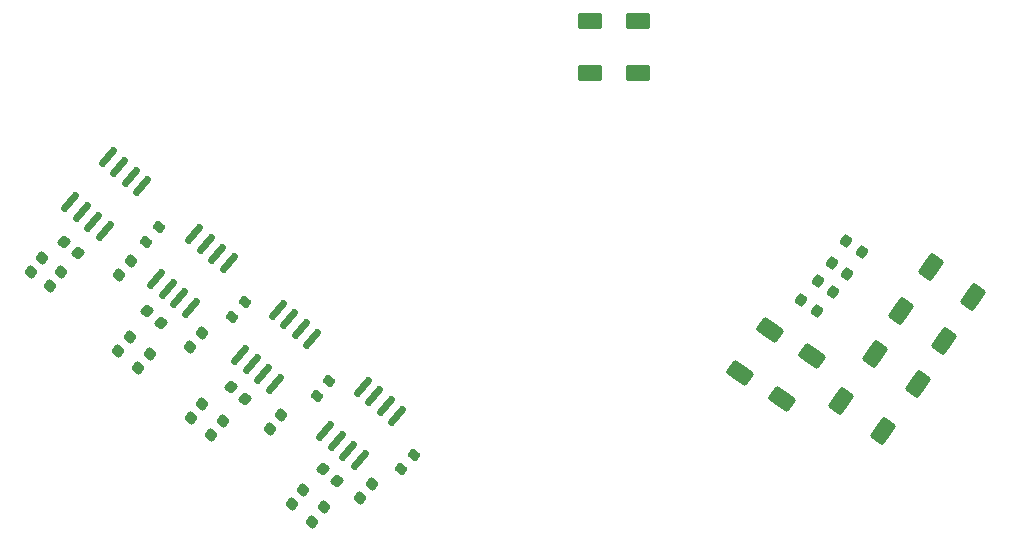
<source format=gbr>
%TF.GenerationSoftware,KiCad,Pcbnew,7.0.7*%
%TF.CreationDate,2024-03-26T09:21:42-07:00*%
%TF.ProjectId,Connector-board,436f6e6e-6563-4746-9f72-2d626f617264,rev?*%
%TF.SameCoordinates,Original*%
%TF.FileFunction,Paste,Top*%
%TF.FilePolarity,Positive*%
%FSLAX46Y46*%
G04 Gerber Fmt 4.6, Leading zero omitted, Abs format (unit mm)*
G04 Created by KiCad (PCBNEW 7.0.7) date 2024-03-26 09:21:42*
%MOMM*%
%LPD*%
G01*
G04 APERTURE LIST*
G04 Aperture macros list*
%AMRoundRect*
0 Rectangle with rounded corners*
0 $1 Rounding radius*
0 $2 $3 $4 $5 $6 $7 $8 $9 X,Y pos of 4 corners*
0 Add a 4 corners polygon primitive as box body*
4,1,4,$2,$3,$4,$5,$6,$7,$8,$9,$2,$3,0*
0 Add four circle primitives for the rounded corners*
1,1,$1+$1,$2,$3*
1,1,$1+$1,$4,$5*
1,1,$1+$1,$6,$7*
1,1,$1+$1,$8,$9*
0 Add four rect primitives between the rounded corners*
20,1,$1+$1,$2,$3,$4,$5,0*
20,1,$1+$1,$4,$5,$6,$7,0*
20,1,$1+$1,$6,$7,$8,$9,0*
20,1,$1+$1,$8,$9,$2,$3,0*%
G04 Aperture macros list end*
%ADD10RoundRect,0.225000X-0.046884X0.333057X-0.336138X-0.011663X0.046884X-0.333057X0.336138X0.011663X0*%
%ADD11RoundRect,0.225000X0.333057X0.046884X-0.011663X0.336138X-0.333057X-0.046884X0.011663X-0.336138X0*%
%ADD12RoundRect,0.150000X-0.415393X-0.728405X0.645206X0.535569X0.415393X0.728405X-0.645206X-0.535569X0*%
%ADD13RoundRect,0.250000X-0.827480X-0.397212X-0.090243X-0.913431X0.827480X0.397212X0.090243X0.913431X0*%
%ADD14RoundRect,0.250000X-0.397212X0.827480X-0.913431X0.090243X0.397212X-0.827480X0.913431X-0.090243X0*%
%ADD15RoundRect,0.200000X-0.082105X0.329975X-0.339220X0.023558X0.082105X-0.329975X0.339220X-0.023558X0*%
%ADD16RoundRect,0.218750X0.326168X0.084438X-0.032211X0.335378X-0.326168X-0.084438X0.032211X-0.335378X0*%
%ADD17RoundRect,0.225000X0.046884X-0.333057X0.336138X0.011663X-0.046884X0.333057X-0.336138X-0.011663X0*%
%ADD18RoundRect,0.250000X-0.800000X0.450000X-0.800000X-0.450000X0.800000X-0.450000X0.800000X0.450000X0*%
%ADD19RoundRect,0.218750X-0.326168X-0.084438X0.032211X-0.335378X0.326168X0.084438X-0.032211X0.335378X0*%
G04 APERTURE END LIST*
D10*
%TO.C,C10*%
X142526520Y-121268994D03*
X141530200Y-122456362D03*
%TD*%
D11*
%TO.C,C9*%
X139028312Y-120389665D03*
X137840944Y-119393345D03*
%TD*%
D12*
%TO.C,U4*%
X138649786Y-116671450D03*
X139622662Y-117487790D03*
X140595539Y-118304130D03*
X141568415Y-119120470D03*
X144750214Y-115328550D03*
X143777338Y-114512210D03*
X142804461Y-113695870D03*
X141831585Y-112879530D03*
%TD*%
D13*
%TO.C,D4*%
X199497866Y-123038132D03*
X203102134Y-125561868D03*
%TD*%
D10*
%TO.C,C4*%
X156916508Y-134061740D03*
X155920188Y-135249108D03*
%TD*%
D14*
%TO.C,D6*%
X190561868Y-120997866D03*
X188038132Y-124602134D03*
%TD*%
D10*
%TO.C,C8*%
X149218355Y-128155443D03*
X148222035Y-129342811D03*
%TD*%
D15*
%TO.C,R3*%
X160421798Y-131533369D03*
X159361198Y-132797343D03*
%TD*%
D13*
%TO.C,D1*%
X204218023Y-115663447D03*
X207822291Y-118187183D03*
%TD*%
D14*
%TO.C,D3*%
X194161868Y-123197866D03*
X191638132Y-126802134D03*
%TD*%
D16*
%TO.C,C1*%
X198345082Y-114351691D03*
X197054918Y-113448309D03*
%TD*%
D15*
%TO.C,R6*%
X146121802Y-118633371D03*
X145061202Y-119897345D03*
%TD*%
D17*
%TO.C,FB4*%
X128001840Y-116093684D03*
X128998160Y-114906316D03*
%TD*%
D18*
%TO.C,D8*%
X175353813Y-94800000D03*
X175353813Y-99200000D03*
%TD*%
D10*
%TO.C,C6*%
X136498160Y-115106316D03*
X135501840Y-116293684D03*
%TD*%
D12*
%TO.C,U1*%
X152949786Y-129571450D03*
X153922662Y-130387790D03*
X154895539Y-131204130D03*
X155868415Y-132020470D03*
X159050214Y-128228550D03*
X158077338Y-127412210D03*
X157104461Y-126595870D03*
X156131585Y-125779530D03*
%TD*%
D16*
%TO.C,C2*%
X194545082Y-119351691D03*
X193254918Y-118448309D03*
%TD*%
D17*
%TO.C,FB3*%
X129601840Y-117293684D03*
X130598160Y-116106316D03*
%TD*%
%TO.C,FB6*%
X141551390Y-128427443D03*
X142547710Y-127240075D03*
%TD*%
D19*
%TO.C,R1*%
X195854918Y-115348309D03*
X197145082Y-116251691D03*
%TD*%
D15*
%TO.C,R5*%
X153274803Y-125325878D03*
X152214203Y-126589852D03*
%TD*%
D11*
%TO.C,C5*%
X131993684Y-114498160D03*
X130806316Y-113501840D03*
%TD*%
D13*
%TO.C,D2*%
X201718848Y-119406985D03*
X205323116Y-121930721D03*
%TD*%
D17*
%TO.C,FB1*%
X151816950Y-137201337D03*
X152813270Y-136013969D03*
%TD*%
%TO.C,FB5*%
X143263660Y-129864203D03*
X144259980Y-128676835D03*
%TD*%
D13*
%TO.C,D5*%
X196597866Y-127038132D03*
X200202134Y-129561868D03*
%TD*%
D12*
%TO.C,U2*%
X131349786Y-110171450D03*
X132322662Y-110987790D03*
X133295539Y-111804130D03*
X134268415Y-112620470D03*
X137450214Y-108828550D03*
X136477338Y-108012210D03*
X135504461Y-107195870D03*
X134531585Y-106379530D03*
%TD*%
%TO.C,U3*%
X145749786Y-123071450D03*
X146722662Y-123887790D03*
X147695539Y-124704130D03*
X148668415Y-125520470D03*
X151850214Y-121728550D03*
X150877338Y-120912210D03*
X149904461Y-120095870D03*
X148931585Y-119279530D03*
%TD*%
D11*
%TO.C,C7*%
X146128328Y-126789663D03*
X144940960Y-125793343D03*
%TD*%
D17*
%TO.C,FB2*%
X150098419Y-135693007D03*
X151094739Y-134505639D03*
%TD*%
%TO.C,FB8*%
X135414865Y-122736414D03*
X136411185Y-121549046D03*
%TD*%
D15*
%TO.C,R4*%
X138830300Y-112268013D03*
X137769700Y-113531987D03*
%TD*%
D11*
%TO.C,C3*%
X153922000Y-133787824D03*
X152734632Y-132791504D03*
%TD*%
D17*
%TO.C,FB7*%
X137075024Y-124195758D03*
X138071344Y-123008390D03*
%TD*%
D18*
%TO.C,D7*%
X179403815Y-94800003D03*
X179403815Y-99200003D03*
%TD*%
D19*
%TO.C,R2*%
X194654918Y-116848309D03*
X195945082Y-117751691D03*
%TD*%
M02*

</source>
